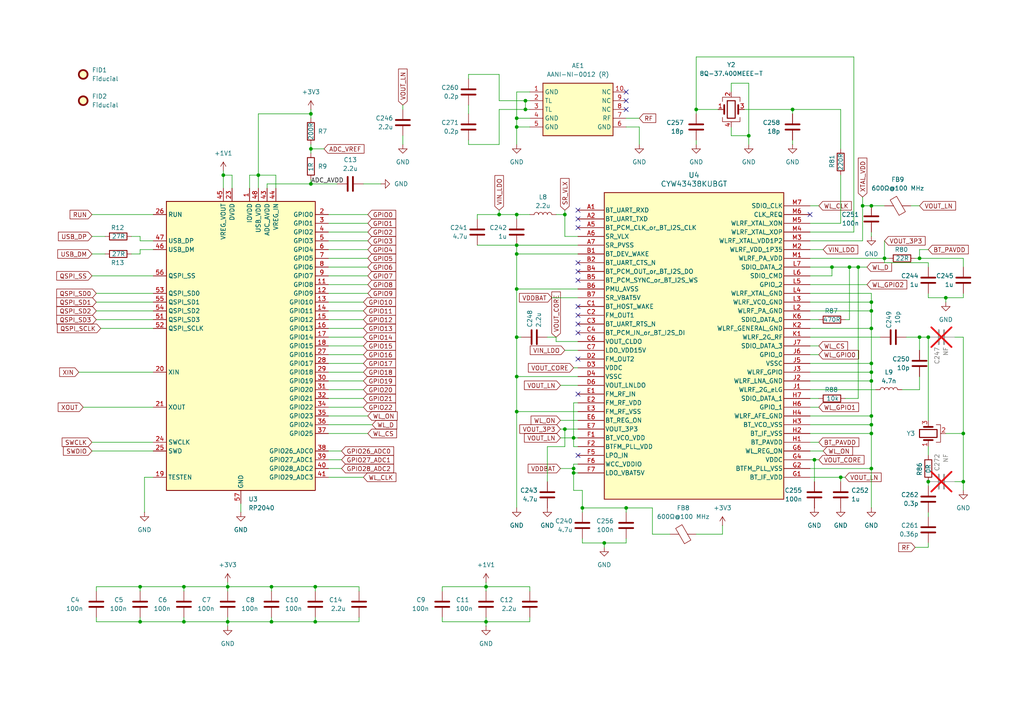
<source format=kicad_sch>
(kicad_sch (version 20231120) (generator "eeschema") (generator_version "8.0")
  (paper "A4")
  (title_block (title "project piCo W - RP2040+RF IC") (date "2024-06-24") (rev "1") (company "Carlos Sabogal"))
  (junction (at 149.86 36.83))
  (junction (at 175.26 157.48))
  (junction (at 279.4 139.7))
  (junction (at 66.04 180.34))
  (junction (at 74.93 50.8))
  (junction (at 252.73 105.41))
  (junction (at 229.87 31.75))
  (junction (at 152.4 29.21))
  (junction (at 140.97 180.34))
  (junction (at 149.86 34.29))
  (junction (at 248.92 77.47))
  (junction (at 149.86 109.22))
  (junction (at 166.37 135.89))
  (junction (at 78.74 170.18))
  (junction (at 279.4 125.73))
  (junction (at 149.86 71.12))
  (junction (at 269.24 139.7))
  (junction (at 217.17 39.37))
  (junction (at 66.04 170.18))
  (junction (at 163.83 124.46))
  (junction (at 252.73 135.89))
  (junction (at 149.86 62.23))
  (junction (at 149.86 119.38))
  (junction (at 166.37 137.16))
  (junction (at 252.73 90.17))
  (junction (at 90.17 53.34))
  (junction (at 149.86 97.79))
  (junction (at 252.73 59.69))
  (junction (at 256.54 74.93))
  (junction (at 163.83 62.23))
  (junction (at 90.17 43.18))
  (junction (at 252.73 107.95))
  (junction (at 246.38 77.47))
  (junction (at 78.74 180.34))
  (junction (at 149.86 83.82))
  (junction (at 250.19 59.69))
  (junction (at 91.44 170.18))
  (junction (at 269.24 97.79))
  (junction (at 144.78 62.23))
  (junction (at 252.73 87.63))
  (junction (at 40.64 180.34))
  (junction (at 152.4 31.75))
  (junction (at 53.34 170.18))
  (junction (at 274.32 86.36))
  (junction (at 40.64 170.18))
  (junction (at 201.93 31.75))
  (junction (at 181.61 147.32))
  (junction (at 252.73 125.73))
  (junction (at 236.22 133.35))
  (junction (at 149.86 73.66))
  (junction (at 53.34 180.34))
  (junction (at 252.73 110.49))
  (junction (at 166.37 127))
  (junction (at 252.73 123.19))
  (junction (at 90.17 33.02))
  (junction (at 140.97 170.18))
  (junction (at 266.7 97.79))
  (junction (at 91.44 180.34))
  (junction (at 252.73 95.25))
  (junction (at 243.84 138.43))
  (junction (at 168.91 147.32))
  (junction (at 64.77 50.8))
  (junction (at 252.73 120.65))
  (junction (at 266.7 74.93))
  (junction (at 241.3 77.47))
  (no_connect (at 181.61 29.21))
  (no_connect (at 167.64 66.04))
  (no_connect (at 167.64 81.28))
  (no_connect (at 167.64 104.14))
  (no_connect (at 167.64 96.52))
  (no_connect (at 167.64 132.08))
  (no_connect (at 167.64 88.9))
  (no_connect (at 167.64 114.3))
  (no_connect (at 181.61 31.75))
  (no_connect (at 167.64 93.98))
  (no_connect (at 167.64 91.44))
  (no_connect (at 181.61 26.67))
  (no_connect (at 234.95 62.23))
  (no_connect (at 167.64 76.2))
  (no_connect (at 167.64 78.74))
  (no_connect (at 167.64 60.96))
  (no_connect (at 167.64 63.5))
  (wire (pts (xy 95.25 80.01) (xy 106.68 80.01)))
  (wire (pts (xy 78.74 180.34) (xy 91.44 180.34)))
  (wire (pts (xy 168.91 156.21) (xy 168.91 157.48)))
  (wire (pts (xy 252.73 59.69) (xy 256.54 59.69)))
  (wire (pts (xy 24.13 118.11) (xy 44.45 118.11)))
  (wire (pts (xy 201.93 40.64) (xy 201.93 41.91)))
  (wire (pts (xy 149.86 34.29) (xy 149.86 36.83)))
  (wire (pts (xy 234.95 113.03) (xy 254 113.03)))
  (wire (pts (xy 27.94 90.17) (xy 44.45 90.17)))
  (wire (pts (xy 234.95 69.85) (xy 250.19 69.85)))
  (wire (pts (xy 77.47 54.61) (xy 77.47 53.34)))
  (wire (pts (xy 168.91 142.24) (xy 166.37 142.24)))
  (wire (pts (xy 194.31 154.94) (xy 189.23 154.94)))
  (wire (pts (xy 78.74 170.18) (xy 78.74 171.45)))
  (wire (pts (xy 41.91 148.59) (xy 41.91 138.43)))
  (wire (pts (xy 128.27 170.18) (xy 128.27 171.45)))
  (wire (pts (xy 252.73 105.41) (xy 252.73 107.95)))
  (wire (pts (xy 234.95 95.25) (xy 252.73 95.25)))
  (wire (pts (xy 140.97 180.34) (xy 140.97 181.61)))
  (wire (pts (xy 90.17 53.34) (xy 90.17 52.07)))
  (wire (pts (xy 153.67 171.45) (xy 153.67 170.18)))
  (wire (pts (xy 90.17 43.18) (xy 93.98 43.18)))
  (wire (pts (xy 234.95 90.17) (xy 252.73 90.17)))
  (wire (pts (xy 135.89 22.86) (xy 135.89 21.59)))
  (wire (pts (xy 26.67 80.01) (xy 44.45 80.01)))
  (wire (pts (xy 189.23 147.32) (xy 181.61 147.32)))
  (wire (pts (xy 95.25 95.25) (xy 105.41 95.25)))
  (wire (pts (xy 144.78 60.96) (xy 144.78 62.23)))
  (wire (pts (xy 166.37 127) (xy 167.64 127)))
  (wire (pts (xy 153.67 29.21) (xy 152.4 29.21)))
  (wire (pts (xy 245.11 115.57) (xy 248.92 115.57)))
  (wire (pts (xy 78.74 180.34) (xy 78.74 179.07)))
  (wire (pts (xy 279.4 77.47) (xy 279.4 74.93)))
  (wire (pts (xy 266.7 109.22) (xy 266.7 113.03)))
  (wire (pts (xy 266.7 74.93) (xy 265.43 74.93)))
  (wire (pts (xy 90.17 31.75) (xy 90.17 33.02)))
  (wire (pts (xy 40.64 170.18) (xy 53.34 170.18)))
  (wire (pts (xy 64.77 49.53) (xy 64.77 50.8)))
  (wire (pts (xy 181.61 147.32) (xy 168.91 147.32)))
  (wire (pts (xy 201.93 31.75) (xy 201.93 33.02)))
  (wire (pts (xy 252.73 90.17) (xy 252.73 95.25)))
  (wire (pts (xy 234.95 125.73) (xy 252.73 125.73)))
  (wire (pts (xy 168.91 147.32) (xy 168.91 148.59)))
  (wire (pts (xy 95.25 90.17) (xy 105.41 90.17)))
  (wire (pts (xy 135.89 30.48) (xy 135.89 33.02)))
  (wire (pts (xy 266.7 97.79) (xy 262.89 97.79)))
  (wire (pts (xy 256.54 76.2) (xy 256.54 74.93)))
  (wire (pts (xy 26.67 73.66) (xy 30.48 73.66)))
  (wire (pts (xy 38.1 73.66) (xy 40.64 73.66)))
  (wire (pts (xy 158.75 139.7) (xy 158.75 129.54)))
  (wire (pts (xy 91.44 170.18) (xy 104.14 170.18)))
  (wire (pts (xy 252.73 87.63) (xy 252.73 90.17)))
  (wire (pts (xy 26.67 68.58) (xy 30.48 68.58)))
  (wire (pts (xy 236.22 133.35) (xy 236.22 139.7)))
  (wire (pts (xy 67.31 50.8) (xy 64.77 50.8)))
  (wire (pts (xy 95.25 100.33) (xy 105.41 100.33)))
  (wire (pts (xy 181.61 34.29) (xy 185.42 34.29)))
  (wire (pts (xy 90.17 53.34) (xy 97.79 53.34)))
  (wire (pts (xy 128.27 180.34) (xy 140.97 180.34)))
  (wire (pts (xy 229.87 31.75) (xy 229.87 33.02)))
  (wire (pts (xy 175.26 157.48) (xy 181.61 157.48)))
  (wire (pts (xy 175.26 157.48) (xy 175.26 158.75)))
  (wire (pts (xy 217.17 24.13) (xy 212.09 24.13)))
  (wire (pts (xy 163.83 68.58) (xy 167.64 68.58)))
  (wire (pts (xy 53.34 171.45) (xy 53.34 170.18)))
  (wire (pts (xy 80.01 50.8) (xy 74.93 50.8)))
  (wire (pts (xy 140.97 170.18) (xy 140.97 168.91)))
  (wire (pts (xy 256.54 74.93) (xy 257.81 74.93)))
  (wire (pts (xy 234.95 118.11) (xy 237.49 118.11)))
  (wire (pts (xy 279.4 142.24) (xy 279.4 139.7)))
  (wire (pts (xy 149.86 63.5) (xy 149.86 62.23)))
  (wire (pts (xy 95.25 72.39) (xy 106.68 72.39)))
  (wire (pts (xy 95.25 85.09) (xy 106.68 85.09)))
  (wire (pts (xy 149.86 26.67) (xy 149.86 34.29)))
  (wire (pts (xy 138.43 62.23) (xy 138.43 63.5)))
  (wire (pts (xy 91.44 180.34) (xy 91.44 179.07)))
  (wire (pts (xy 95.25 105.41) (xy 105.41 105.41)))
  (wire (pts (xy 234.95 123.19) (xy 252.73 123.19)))
  (wire (pts (xy 40.64 68.58) (xy 40.64 69.85)))
  (wire (pts (xy 140.97 170.18) (xy 153.67 170.18)))
  (wire (pts (xy 243.84 31.75) (xy 243.84 43.18)))
  (wire (pts (xy 252.73 85.09) (xy 252.73 87.63)))
  (wire (pts (xy 95.25 120.65) (xy 106.68 120.65)))
  (wire (pts (xy 236.22 133.35) (xy 237.49 133.35)))
  (wire (pts (xy 66.04 170.18) (xy 78.74 170.18)))
  (wire (pts (xy 234.95 133.35) (xy 236.22 133.35)))
  (wire (pts (xy 243.84 138.43) (xy 245.11 138.43)))
  (wire (pts (xy 217.17 39.37) (xy 217.17 41.91)))
  (wire (pts (xy 153.67 180.34) (xy 153.67 179.07)))
  (wire (pts (xy 95.25 64.77) (xy 106.68 64.77)))
  (wire (pts (xy 181.61 36.83) (xy 185.42 36.83)))
  (wire (pts (xy 74.93 50.8) (xy 72.39 50.8)))
  (wire (pts (xy 279.4 97.79) (xy 276.86 97.79)))
  (wire (pts (xy 72.39 50.8) (xy 72.39 54.61)))
  (wire (pts (xy 252.73 123.19) (xy 252.73 125.73)))
  (wire (pts (xy 189.23 154.94) (xy 189.23 147.32)))
  (wire (pts (xy 53.34 180.34) (xy 66.04 180.34)))
  (wire (pts (xy 27.94 87.63) (xy 44.45 87.63)))
  (wire (pts (xy 234.95 59.69) (xy 237.49 59.69)))
  (wire (pts (xy 144.78 29.21) (xy 152.4 29.21)))
  (wire (pts (xy 234.95 120.65) (xy 252.73 120.65)))
  (wire (pts (xy 166.37 137.16) (xy 167.64 137.16)))
  (wire (pts (xy 158.75 97.79) (xy 161.29 97.79)))
  (wire (pts (xy 234.95 67.31) (xy 247.65 67.31)))
  (wire (pts (xy 22.86 107.95) (xy 44.45 107.95)))
  (wire (pts (xy 95.25 69.85) (xy 106.68 69.85)))
  (wire (pts (xy 279.4 139.7) (xy 279.4 125.73)))
  (wire (pts (xy 201.93 31.75) (xy 208.28 31.75)))
  (wire (pts (xy 247.65 16.51) (xy 201.93 16.51)))
  (wire (pts (xy 266.7 113.03) (xy 261.62 113.03)))
  (wire (pts (xy 95.25 82.55) (xy 106.68 82.55)))
  (wire (pts (xy 74.93 50.8) (xy 74.93 54.61)))
  (wire (pts (xy 64.77 50.8) (xy 64.77 54.61)))
  (wire (pts (xy 234.95 135.89) (xy 252.73 135.89)))
  (wire (pts (xy 149.86 119.38) (xy 167.64 119.38)))
  (wire (pts (xy 264.16 59.69) (xy 266.7 59.69)))
  (wire (pts (xy 149.86 97.79) (xy 149.86 109.22)))
  (wire (pts (xy 167.64 106.68) (xy 166.37 106.68)))
  (wire (pts (xy 135.89 40.64) (xy 135.89 41.91)))
  (wire (pts (xy 248.92 115.57) (xy 248.92 77.47)))
  (wire (pts (xy 27.94 170.18) (xy 40.64 170.18)))
  (wire (pts (xy 95.25 62.23) (xy 106.68 62.23)))
  (wire (pts (xy 185.42 36.83) (xy 185.42 41.91)))
  (wire (pts (xy 66.04 170.18) (xy 66.04 168.91)))
  (wire (pts (xy 149.86 109.22) (xy 149.86 119.38)))
  (wire (pts (xy 99.06 133.35) (xy 95.25 133.35)))
  (wire (pts (xy 212.09 39.37) (xy 217.17 39.37)))
  (wire (pts (xy 201.93 154.94) (xy 209.55 154.94)))
  (wire (pts (xy 27.94 171.45) (xy 27.94 170.18)))
  (wire (pts (xy 234.95 74.93) (xy 256.54 74.93)))
  (wire (pts (xy 212.09 24.13) (xy 212.09 26.67)))
  (wire (pts (xy 243.84 50.8) (xy 243.84 64.77)))
  (wire (pts (xy 234.95 110.49) (xy 252.73 110.49)))
  (wire (pts (xy 40.64 72.39) (xy 44.45 72.39)))
  (wire (pts (xy 95.25 77.47) (xy 106.68 77.47)))
  (wire (pts (xy 274.32 125.73) (xy 279.4 125.73)))
  (wire (pts (xy 144.78 21.59) (xy 135.89 21.59)))
  (wire (pts (xy 26.67 62.23) (xy 44.45 62.23)))
  (wire (pts (xy 246.38 77.47) (xy 248.92 77.47)))
  (wire (pts (xy 163.83 62.23) (xy 163.83 68.58)))
  (wire (pts (xy 269.24 97.79) (xy 269.24 121.92)))
  (wire (pts (xy 234.95 105.41) (xy 252.73 105.41)))
  (wire (pts (xy 243.84 138.43) (xy 243.84 139.7)))
  (wire (pts (xy 78.74 170.18) (xy 91.44 170.18)))
  (wire (pts (xy 99.06 135.89) (xy 95.25 135.89)))
  (wire (pts (xy 266.7 101.6) (xy 266.7 97.79)))
  (wire (pts (xy 95.25 138.43) (xy 105.41 138.43)))
  (wire (pts (xy 166.37 116.84) (xy 166.37 127)))
  (wire (pts (xy 266.7 97.79) (xy 269.24 97.79)))
  (wire (pts (xy 40.64 73.66) (xy 40.64 72.39)))
  (wire (pts (xy 181.61 157.48) (xy 181.61 156.21)))
  (wire (pts (xy 95.25 118.11) (xy 105.41 118.11)))
  (wire (pts (xy 215.9 31.75) (xy 229.87 31.75)))
  (wire (pts (xy 27.94 180.34) (xy 40.64 180.34)))
  (wire (pts (xy 274.32 86.36) (xy 274.32 87.63)))
  (wire (pts (xy 229.87 31.75) (xy 243.84 31.75)))
  (wire (pts (xy 29.21 95.25) (xy 44.45 95.25)))
  (wire (pts (xy 234.95 102.87) (xy 237.49 102.87)))
  (wire (pts (xy 269.24 148.59) (xy 269.24 149.86)))
  (wire (pts (xy 256.54 69.85) (xy 256.54 74.93)))
  (wire (pts (xy 163.83 124.46) (xy 167.64 124.46)))
  (wire (pts (xy 95.25 115.57) (xy 105.41 115.57)))
  (wire (pts (xy 162.56 127) (xy 166.37 127)))
  (wire (pts (xy 90.17 43.18) (xy 90.17 41.91)))
  (wire (pts (xy 95.25 107.95) (xy 105.41 107.95)))
  (wire (pts (xy 241.3 77.47) (xy 246.38 77.47)))
  (wire (pts (xy 66.04 180.34) (xy 78.74 180.34)))
  (wire (pts (xy 149.86 83.82) (xy 167.64 83.82)))
  (wire (pts (xy 250.19 59.69) (xy 252.73 59.69)))
  (wire (pts (xy 269.24 85.09) (xy 269.24 86.36)))
  (wire (pts (xy 153.67 34.29) (xy 149.86 34.29)))
  (wire (pts (xy 27.94 92.71) (xy 44.45 92.71)))
  (wire (pts (xy 152.4 29.21) (xy 152.4 31.75)))
  (wire (pts (xy 95.25 74.93) (xy 106.68 74.93)))
  (wire (pts (xy 95.25 92.71) (xy 105.41 92.71)))
  (wire (pts (xy 252.73 110.49) (xy 252.73 120.65)))
  (wire (pts (xy 243.84 64.77) (xy 234.95 64.77)))
  (wire (pts (xy 161.29 97.79) (xy 161.29 99.06)))
  (wire (pts (xy 90.17 33.02) (xy 90.17 34.29)))
  (wire (pts (xy 166.37 135.89) (xy 166.37 137.16)))
  (wire (pts (xy 234.95 97.79) (xy 255.27 97.79)))
  (wire (pts (xy 140.97 180.34) (xy 140.97 179.07)))
  (wire (pts (xy 160.02 86.36) (xy 167.64 86.36)))
  (wire (pts (xy 167.64 134.62) (xy 166.37 134.62)))
  (wire (pts (xy 269.24 77.47) (xy 269.24 76.2)))
  (wire (pts (xy 27.94 85.09) (xy 44.45 85.09)))
  (wire (pts (xy 40.64 180.34) (xy 53.34 180.34)))
  (wire (pts (xy 95.25 102.87) (xy 105.41 102.87)))
  (wire (pts (xy 144.78 29.21) (xy 144.78 21.59)))
  (wire (pts (xy 95.25 113.03) (xy 105.41 113.03)))
  (wire (pts (xy 40.64 180.34) (xy 40.64 179.07)))
  (wire (pts (xy 104.14 170.18) (xy 104.14 171.45)))
  (wire (pts (xy 234.95 87.63) (xy 252.73 87.63)))
  (wire (pts (xy 140.97 180.34) (xy 153.67 180.34)))
  (wire (pts (xy 153.67 26.67) (xy 149.86 26.67)))
  (wire (pts (xy 105.41 53.34) (xy 110.49 53.34)))
  (wire (pts (xy 238.76 72.39) (xy 234.95 72.39)))
  (wire (pts (xy 167.64 71.12) (xy 149.86 71.12)))
  (wire (pts (xy 234.95 80.01) (xy 241.3 80.01)))
  (wire (pts (xy 246.38 92.71) (xy 246.38 77.47)))
  (wire (pts (xy 128.27 170.18) (xy 140.97 170.18)))
  (wire (pts (xy 163.83 129.54) (xy 163.83 124.46)))
  (wire (pts (xy 162.56 111.76) (xy 167.64 111.76)))
  (wire (pts (xy 144.78 31.75) (xy 144.78 41.91)))
  (wire (pts (xy 41.91 138.43) (xy 44.45 138.43)))
  (wire (pts (xy 168.91 147.32) (xy 168.91 142.24)))
  (wire (pts (xy 116.84 39.37) (xy 116.84 41.91)))
  (wire (pts (xy 128.27 179.07) (xy 128.27 180.34)))
  (wire (pts (xy 90.17 44.45) (xy 90.17 43.18)))
  (wire (pts (xy 252.73 107.95) (xy 252.73 110.49)))
  (wire (pts (xy 269.24 86.36) (xy 274.32 86.36)))
  (wire (pts (xy 266.7 74.93) (xy 279.4 74.93)))
  (wire (pts (xy 149.86 109.22) (xy 167.64 109.22)))
  (wire (pts (xy 201.93 16.51) (xy 201.93 31.75)))
  (wire (pts (xy 91.44 180.34) (xy 104.14 180.34)))
  (wire (pts (xy 66.04 170.18) (xy 66.04 171.45)))
  (wire (pts (xy 250.19 57.15) (xy 250.19 59.69)))
  (wire (pts (xy 95.25 125.73) (xy 106.68 125.73)))
  (wire (pts (xy 163.83 101.6) (xy 167.64 101.6)))
  (wire (pts (xy 74.93 33.02) (xy 90.17 33.02)))
  (wire (pts (xy 53.34 180.34) (xy 53.34 179.07)))
  (wire (pts (xy 162.56 124.46) (xy 163.83 124.46)))
  (wire (pts (xy 168.91 157.48) (xy 175.26 157.48)))
  (wire (pts (xy 26.67 130.81) (xy 44.45 130.81)))
  (wire (pts (xy 161.29 62.23) (xy 163.83 62.23)))
  (wire (pts (xy 234.95 77.47) (xy 241.3 77.47)))
  (wire (pts (xy 149.86 119.38) (xy 149.86 147.32)))
  (wire (pts (xy 279.4 86.36) (xy 279.4 85.09)))
  (wire (pts (xy 38.1 68.58) (xy 40.64 68.58)))
  (wire (pts (xy 149.86 97.79) (xy 151.13 97.79)))
  (wire (pts (xy 274.32 86.36) (xy 279.4 86.36)))
  (wire (pts (xy 104.14 180.34) (xy 104.14 179.07)))
  (wire (pts (xy 74.93 50.8) (xy 74.93 33.02)))
  (wire (pts (xy 252.73 67.31) (xy 252.73 68.58)))
  (wire (pts (xy 149.86 73.66) (xy 149.86 83.82)))
  (wire (pts (xy 241.3 80.01) (xy 241.3 77.47)))
  (wire (pts (xy 234.95 115.57) (xy 237.49 115.57)))
  (wire (pts (xy 279.4 97.79) (xy 279.4 125.73)))
  (wire (pts (xy 229.87 40.64) (xy 229.87 41.91)))
  (wire (pts (xy 247.65 67.31) (xy 247.65 16.51)))
  (wire (pts (xy 53.34 170.18) (xy 66.04 170.18)))
  (wire (pts (xy 269.24 157.48) (xy 269.24 158.75)))
  (wire (pts (xy 95.25 67.31) (xy 106.68 67.31)))
  (wire (pts (xy 162.56 135.89) (xy 166.37 135.89)))
  (wire (pts (xy 149.86 36.83) (xy 153.67 36.83)))
  (wire (pts (xy 234.95 92.71) (xy 237.49 92.71)))
  (wire (pts (xy 252.73 95.25) (xy 252.73 105.41)))
  (wire (pts (xy 167.64 129.54) (xy 166.37 129.54)))
  (wire (pts (xy 95.25 97.79) (xy 105.41 97.79)))
  (wire (pts (xy 149.86 41.91) (xy 149.86 36.83)))
  (wire (pts (xy 245.11 92.71) (xy 246.38 92.71)))
  (wire (pts (xy 248.92 77.47) (xy 251.46 77.47)))
  (wire (pts (xy 77.47 53.34) (xy 90.17 53.34)))
  (wire (pts (xy 167.64 73.66) (xy 149.86 73.66)))
  (wire (pts (xy 269.24 129.54) (xy 269.24 132.08)))
  (wire (pts (xy 40.64 69.85) (xy 44.45 69.85)))
  (wire (pts (xy 252.73 120.65) (xy 252.73 123.19)))
  (wire (pts (xy 95.25 110.49) (xy 105.41 110.49)))
  (wire (pts (xy 209.55 152.4) (xy 209.55 154.94)))
  (wire (pts (xy 144.78 31.75) (xy 152.4 31.75)))
  (wire (pts (xy 67.31 54.61) (xy 67.31 50.8)))
  (wire (pts (xy 99.06 130.81) (xy 95.25 130.81)))
  (wire (pts (xy 234.95 100.33) (xy 237.49 100.33)))
  (wire (pts (xy 158.75 129.54) (xy 163.83 129.54)))
  (wire (pts (xy 237.49 128.27) (xy 234.95 128.27)))
  (wire (pts (xy 144.78 62.23) (xy 138.43 62.23)))
  (wire (pts (xy 212.09 36.83) (xy 212.09 39.37)))
  (wire (pts (xy 140.97 170.18) (xy 140.97 171.45)))
  (wire (pts (xy 95.25 123.19) (xy 107.95 123.19)))
  (wire (pts (xy 250.19 69.85) (xy 250.19 59.69)))
  (wire (pts (xy 163.83 60.96) (xy 163.83 62.23)))
  (wire (pts (xy 252.73 125.73) (xy 252.73 135.89)))
  (wire (pts (xy 181.61 148.59) (xy 181.61 147.32)))
  (wire (pts (xy 234.95 107.95) (xy 252.73 107.95)))
  (wire (pts (xy 144.78 41.91) (xy 135.89 41.91)))
  (wire (pts (xy 166.37 129.54) (xy 166.37 127)))
  (wire (pts (xy 66.04 180.34) (xy 66.04 179.07)))
  (wire (pts (xy 234.95 138.43) (xy 243.84 138.43)))
  (wire (pts (xy 265.43 158.75) (xy 269.24 158.75)))
  (wire (pts (xy 27.94 180.34) (xy 27.94 179.07)))
  (wire (pts (xy 166.37 134.62) (xy 166.37 135.89)))
  (wire (pts (xy 266.7 72.39) (xy 266.7 74.93)))
  (wire (pts (xy 80.01 54.61) (xy 80.01 50.8)))
  (wire (pts (xy 217.17 39.37) (xy 217.17 24.13)))
  (wire (pts (xy 276.86 139.7) (xy 279.4 139.7)))
  (wire (pts (xy 269.24 139.7) (xy 269.24 140.97)))
  (wire (pts (xy 149.86 62.23) (xy 144.78 62.23)))
  (wire (pts (xy 234.95 85.09) (xy 252.73 85.09)))
  (wire (pts (xy 91.44 170.18) (xy 91.44 171.45)))
  (wire (pts (xy 26.67 128.27) (xy 44.45 128.27)))
  (wire (pts (xy 66.04 180.34) (xy 66.04 181.61)))
  (wire (pts (xy 167.64 121.92) (xy 162.56 121.92)))
  (wire (pts (xy 149.86 83.82) (xy 149.86 97.79)))
  (wire (pts (xy 69.85 148.59) (xy 69.85 146.05)))
  (wire (pts (xy 116.84 30.48) (xy 116.84 31.75)))
  (wire (pts (xy 161.29 99.06) (xy 167.64 99.06)))
  (wire (pts (xy 138.43 71.12) (xy 149.86 71.12)))
  (wire (pts (xy 269.24 76.2) (xy 256.54 76.2)))
  (wire (pts (xy 166.37 142.24) (xy 166.37 137.16)))
  (wire (pts (xy 234.95 130.81) (xy 238.76 130.81)))
  (wire (pts (xy 252.73 135.89) (xy 252.73 147.32)))
  (wire (pts (xy 269.24 72.39) (xy 266.7 72.39)))
  (wire (pts (xy 152.4 31.75) (xy 153.67 31.75)))
  (wire (pts (xy 234.95 82.55) (xy 251.46 82.55)))
  (wire (pts (xy 167.64 116.84) (xy 166.37 116.84)))
  (wire (pts (xy 149.86 71.12) (xy 149.86 73.66)))
  (wire (pts (xy 40.64 170.18) (xy 40.64 171.45)))
  (wire (pts (xy 95.25 87.63) (xy 105.41 87.63)))
  (wire (pts (xy 149.86 62.23) (xy 153.67 62.23)))
  (label "ADC_AVDD" (at 90.17 53.34 0))
  (global_label "RF" (shape input) (at 185.42 34.29 0) (property "Intersheetrefs" "${INTERSHEET_REFS}" (effects (hide yes))))
  (global_label "VDDBAT" (shape input) (at 162.56 135.89 180) (property "Intersheetrefs" "${INTERSHEET_REFS}" (effects (hide yes))))
  (global_label "GPIO18" (shape input) (at 105.41 107.95 0) (property "Intersheetrefs" "${INTERSHEET_REFS}" (effects (hide yes))))
  (global_label "GPIO2" (shape input) (at 106.68 67.31 0) (property "Intersheetrefs" "${INTERSHEET_REFS}" (effects (hide yes))))
  (global_label "VIN_LDO" (shape input) (at 238.76 72.39 0) (property "Intersheetrefs" "${INTERSHEET_REFS}" (effects (hide yes))))
  (global_label "WL_CS" (shape input) (at 237.49 100.33 0) (property "Intersheetrefs" "${INTERSHEET_REFS}" (effects (hide yes))))
  (global_label "GPIO11" (shape input) (at 105.41 90.17 0) (property "Intersheetrefs" "${INTERSHEET_REFS}" (effects (hide yes))))
  (global_label "GPIO13" (shape input) (at 105.41 95.25 0) (property "Intersheetrefs" "${INTERSHEET_REFS}" (effects (hide yes))))
  (global_label "GPIO19" (shape input) (at 105.41 110.49 0) (property "Intersheetrefs" "${INTERSHEET_REFS}" (effects (hide yes))))
  (global_label "XIN" (shape input) (at 22.86 107.95 180) (property "Intersheetrefs" "${INTERSHEET_REFS}" (effects (hide yes))))
  (global_label "VOUT_3P3" (shape input) (at 256.54 69.85 0) (property "Intersheetrefs" "${INTERSHEET_REFS}" (effects (hide yes))))
  (global_label "VIN_LDO" (shape input) (at 163.83 101.6 180) (property "Intersheetrefs" "${INTERSHEET_REFS}" (effects (hide yes))))
  (global_label "QSPI_SD3" (shape input) (at 27.94 92.71 180) (property "Intersheetrefs" "${INTERSHEET_REFS}" (effects (hide yes))))
  (global_label "GPIO28_ADC2" (shape input) (at 99.06 135.89 0) (property "Intersheetrefs" "${INTERSHEET_REFS}" (effects (hide yes))))
  (global_label "VOUT_LN" (shape input) (at 162.56 127 180) (property "Intersheetrefs" "${INTERSHEET_REFS}" (effects (hide yes))))
  (global_label "WL_GPIO2" (shape input) (at 251.46 82.55 0) (property "Intersheetrefs" "${INTERSHEET_REFS}" (effects (hide yes))))
  (global_label "RF" (shape input) (at 265.43 158.75 180) (property "Intersheetrefs" "${INTERSHEET_REFS}" (effects (hide yes))))
  (global_label "GPIO7" (shape input) (at 106.68 80.01 0) (property "Intersheetrefs" "${INTERSHEET_REFS}" (effects (hide yes))))
  (global_label "GPIO27_ADC1" (shape input) (at 99.06 133.35 0) (property "Intersheetrefs" "${INTERSHEET_REFS}" (effects (hide yes))))
  (global_label "WL_ON" (shape input) (at 162.56 121.92 180) (property "Intersheetrefs" "${INTERSHEET_REFS}" (effects (hide yes))))
  (global_label "QSPI_SD1" (shape input) (at 27.94 87.63 180) (property "Intersheetrefs" "${INTERSHEET_REFS}" (effects (hide yes))))
  (global_label "ADC_VREF" (shape input) (at 93.98 43.18 0) (property "Intersheetrefs" "${INTERSHEET_REFS}" (effects (hide yes))))
  (global_label "QSPI_SS" (shape input) (at 26.67 80.01 180) (property "Intersheetrefs" "${INTERSHEET_REFS}" (effects (hide yes))))
  (global_label "QSPI_SD2" (shape input) (at 27.94 90.17 180) (property "Intersheetrefs" "${INTERSHEET_REFS}" (effects (hide yes))))
  (global_label "GPIO5" (shape input) (at 106.68 74.93 0) (property "Intersheetrefs" "${INTERSHEET_REFS}" (effects (hide yes))))
  (global_label "GPIO9" (shape input) (at 106.68 85.09 0) (property "Intersheetrefs" "${INTERSHEET_REFS}" (effects (hide yes))))
  (global_label "GPIO4" (shape input) (at 106.68 72.39 0) (property "Intersheetrefs" "${INTERSHEET_REFS}" (effects (hide yes))))
  (global_label "XOUT" (shape input) (at 24.13 118.11 180) (property "Intersheetrefs" "${INTERSHEET_REFS}" (effects (hide yes))))
  (global_label "GPIO6" (shape input) (at 106.68 77.47 0) (property "Intersheetrefs" "${INTERSHEET_REFS}" (effects (hide yes))))
  (global_label "VOUT_3P3" (shape input) (at 162.56 124.46 180) (property "Intersheetrefs" "${INTERSHEET_REFS}" (effects (hide yes))))
  (global_label "WL_CLK" (shape input) (at 237.49 59.69 0) (property "Intersheetrefs" "${INTERSHEET_REFS}" (effects (hide yes))))
  (global_label "USB_DM" (shape input) (at 26.67 73.66 180) (property "Intersheetrefs" "${INTERSHEET_REFS}" (effects (hide yes))))
  (global_label "USB_DP" (shape input) (at 26.67 68.58 180) (property "Intersheetrefs" "${INTERSHEET_REFS}" (effects (hide yes))))
  (global_label "WL_GPIO1" (shape input) (at 237.49 118.11 0) (property "Intersheetrefs" "${INTERSHEET_REFS}" (effects (hide yes))))
  (global_label "RUN" (shape input) (at 26.67 62.23 180) (property "Intersheetrefs" "${INTERSHEET_REFS}" (effects (hide yes))))
  (global_label "GPIO1" (shape input) (at 106.68 64.77 0) (property "Intersheetrefs" "${INTERSHEET_REFS}" (effects (hide yes))))
  (global_label "VOUT_CORE" (shape input) (at 161.29 97.79 90) (property "Intersheetrefs" "${INTERSHEET_REFS}" (effects (hide yes))))
  (global_label "VOUT_CORE" (shape input) (at 237.49 133.35 0) (property "Intersheetrefs" "${INTERSHEET_REFS}" (effects (hide yes))))
  (global_label "GPIO10" (shape input) (at 105.41 87.63 0) (property "Intersheetrefs" "${INTERSHEET_REFS}" (effects (hide yes))))
  (global_label "GPIO8" (shape input) (at 106.68 82.55 0) (property "Intersheetrefs" "${INTERSHEET_REFS}" (effects (hide yes))))
  (global_label "GPIO22" (shape input) (at 105.41 118.11 0) (property "Intersheetrefs" "${INTERSHEET_REFS}" (effects (hide yes))))
  (global_label "VOUT_LN" (shape input) (at 266.7 59.69 0) (property "Intersheetrefs" "${INTERSHEET_REFS}" (effects (hide yes))))
  (global_label "GPIO17" (shape input) (at 105.41 105.41 0) (property "Intersheetrefs" "${INTERSHEET_REFS}" (effects (hide yes))))
  (global_label "WL_CLK" (shape input) (at 105.41 138.43 0) (property "Intersheetrefs" "${INTERSHEET_REFS}" (effects (hide yes))))
  (global_label "GPIO21" (shape input) (at 105.41 115.57 0) (property "Intersheetrefs" "${INTERSHEET_REFS}" (effects (hide yes))))
  (global_label "BT_PAVDD" (shape input) (at 269.24 72.39 0) (property "Intersheetrefs" "${INTERSHEET_REFS}" (effects (hide yes))))
  (global_label "WL_GPIO0" (shape input) (at 237.49 102.87 0) (property "Intersheetrefs" "${INTERSHEET_REFS}" (effects (hide yes))))
  (global_label "WL_ON" (shape input) (at 106.68 120.65 0) (property "Intersheetrefs" "${INTERSHEET_REFS}" (effects (hide yes))))
  (global_label "QSPI_SCLK" (shape input) (at 29.21 95.25 180) (property "Intersheetrefs" "${INTERSHEET_REFS}" (effects (hide yes))))
  (global_label "VOUT_LN" (shape input) (at 162.56 111.76 180) (property "Intersheetrefs" "${INTERSHEET_REFS}" (effects (hide yes))))
  (global_label "GPIO26_ADC0" (shape input) (at 99.06 130.81 0) (property "Intersheetrefs" "${INTERSHEET_REFS}" (effects (hide yes))))
  (global_label "GPIO15" (shape input) (at 105.41 100.33 0) (property "Intersheetrefs" "${INTERSHEET_REFS}" (effects (hide yes))))
  (global_label "SWDIO" (shape input) (at 26.67 130.81 180) (property "Intersheetrefs" "${INTERSHEET_REFS}" (effects (hide yes))))
  (global_label "XTAL_VDD" (shape input) (at 250.19 57.15 90) (property "Intersheetrefs" "${INTERSHEET_REFS}" (effects (hide yes))))
  (global_label "VOUT_LN" (shape input) (at 245.11 138.43 0) (property "Intersheetrefs" "${INTERSHEET_REFS}" (effects (hide yes))))
  (global_label "GPIO3" (shape input) (at 106.68 69.85 0) (property "Intersheetrefs" "${INTERSHEET_REFS}" (effects (hide yes))))
  (global_label "SR_VLX" (shape input) (at 163.83 60.96 90) (property "Intersheetrefs" "${INTERSHEET_REFS}" (effects (hide yes))))
  (global_label "WL_D" (shape input) (at 107.95 123.19 0) (property "Intersheetrefs" "${INTERSHEET_REFS}" (effects (hide yes))))
  (global_label "VDDBAT" (shape input) (at 160.02 86.36 180) (property "Intersheetrefs" "${INTERSHEET_REFS}" (effects (hide yes))))
  (global_label "WL_D" (shape input) (at 251.46 77.47 0) (property "Intersheetrefs" "${INTERSHEET_REFS}" (effects (hide yes))))
  (global_label "SWCLK" (shape input) (at 26.67 128.27 180) (property "Intersheetrefs" "${INTERSHEET_REFS}" (effects (hide yes))))
  (global_label "GPIO16" (shape input) (at 105.41 102.87 0) (property "Intersheetrefs" "${INTERSHEET_REFS}" (effects (hide yes))))
  (global_label "VOUT_CORE" (shape input) (at 166.37 106.68 180) (property "Intersheetrefs" "${INTERSHEET_REFS}" (effects (hide yes))))
  (global_label "QSPI_SD0" (shape input) (at 27.94 85.09 180) (property "Intersheetrefs" "${INTERSHEET_REFS}" (effects (hide yes))))
  (global_label "BT_PAVDD" (shape input) (at 237.49 128.27 0) (property "Intersheetrefs" "${INTERSHEET_REFS}" (effects (hide yes))))
  (global_label "GPIO0" (shape input) (at 106.68 62.23 0) (property "Intersheetrefs" "${INTERSHEET_REFS}" (effects (hide yes))))
  (global_label "GPIO20" (shape input) (at 105.41 113.03 0) (property "Intersheetrefs" "${INTERSHEET_REFS}" (effects (hide yes))))
  (global_label "WL_ON" (shape input) (at 238.76 130.81 0) (property "Intersheetrefs" "${INTERSHEET_REFS}" (effects (hide yes))))
  (global_label "VOUT_LN" (shape input) (at 116.84 30.48 90) (property "Intersheetrefs" "${INTERSHEET_REFS}" (effects (hide yes))))
  (global_label "GPIO12" (shape input) (at 105.41 92.71 0) (property "Intersheetrefs" "${INTERSHEET_REFS}" (effects (hide yes))))
  (global_label "GPIO14" (shape input) (at 105.41 97.79 0) (property "Intersheetrefs" "${INTERSHEET_REFS}" (effects (hide yes))))
  (global_label "WL_CS" (shape input) (at 106.68 125.73 0) (property "Intersheetrefs" "${INTERSHEET_REFS}" (effects (hide yes))))
  (global_label "VIN_LDO" (shape input) (at 144.78 60.96 90) (property "Intersheetrefs" "${INTERSHEET_REFS}" (effects (hide yes))))
  (symbol (lib_id "power:GND") (at 41.91 148.59 0) (unit 1)
    (property "Reference" "#PWR034" (effects (hide yes)))
    (property "Value" "GND" (at 41.91 153.67 0))
    (property "Description" "Power symbol creates a global label with name \"GND\" , ground" (effects (hide yes)))
  )
  (symbol (lib_id "Device:R") (at 241.3 115.57 90) (unit 1)
    (property "Reference" "R88" (at 243.078 113.03 90) (effects (justify left)))
    (property "Value" "10k" (at 243.332 115.57 90) (effects (justify left)))
    (property "Footprint" "Resistor_SMD:R_0201_0603Metric" (effects (hide yes)))
    (property "Description" "Resistor" (effects (hide yes)))
  )
  (symbol (lib_id "power:+1V1") (at 64.77 49.53 0) (unit 1)
    (property "Reference" "#PWR032" (effects (hide yes)))
    (property "Value" "+1V1" (at 64.77 44.45 0))
    (property "Description" "Power symbol creates a global label with name \"+1V1\"" (effects (hide yes)))
  )
  (symbol (lib_id "power:GND") (at 274.32 87.63 0) (unit 1)
    (property "Reference" "#PWR046" (effects (hide yes)))
    (property "Value" "GND" (at 274.32 92.71 0))
    (property "Description" "Power symbol creates a global label with name \"GND\" , ground" (effects (hide yes)))
  )
  (symbol (lib_id "Device:C") (at 236.22 143.51 0) (unit 1)
    (property "Reference" "C255" (at 232.664 142.24 0) (effects (justify right)))
    (property "Value" "100n" (at 232.664 144.78 0) (effects (justify right)))
    (property "Footprint" "Capacitor_SMD:C_0201_0603Metric" (effects (hide yes)))
    (property "Description" "Unpolarized capacitor" (effects (hide yes)))
  )
  (symbol (lib_id "Device:R") (at 243.84 46.99 0) (mirror y) (unit 1)
    (property "Reference" "R81" (at 241.3 48.768 90) (effects (justify left)))
    (property "Value" "220R" (at 243.84 49.53 90) (effects (justify left)))
    (property "Footprint" "Resistor_SMD:R_0201_0603Metric" (effects (hide yes)))
    (property "Description" "Resistor" (effects (hide yes)))
  )
  (symbol (lib_id "Device:C") (at 273.05 139.7 90) (unit 1) (dnp yes)
    (property "Reference" "C272" (at 271.78 131.572 0) (effects (justify right)))
    (property "Value" "NF" (at 274.32 131.572 0) (effects (justify right)))
    (property "Footprint" "Capacitor_SMD:C_0201_0603Metric" (effects (hide yes)))
    (property "Description" "Unpolarized capacitor" (effects (hide yes)))
  )
  (symbol (lib_id "Device:C") (at 116.84 35.56 0) (unit 1)
    (property "Reference" "C246" (at 114.046 34.29 0) (effects (justify right)))
    (property "Value" "2.2u" (at 114.046 36.83 0) (effects (justify right)))
    (property "Footprint" "Capacitor_SMD:C_0402_1005Metric" (effects (hide yes)))
    (property "Description" "Unpolarized capacitor" (effects (hide yes)))
  )
  (symbol (lib_id "power:GND") (at 116.84 41.91 0) (unit 1)
    (property "Reference" "#PWR045" (effects (hide yes)))
    (property "Value" "GND" (at 116.84 46.99 0))
    (property "Description" "Power symbol creates a global label with name \"GND\" , ground" (effects (hide yes)))
  )
  (symbol (lib_id "power:GND") (at 279.4 142.24 0) (unit 1)
    (property "Reference" "#PWR051" (effects (hide yes)))
    (property "Value" "GND" (at 279.4 147.32 0))
    (property "Description" "Power symbol creates a global label with name \"GND\" , ground" (effects (hide yes)))
  )
  (symbol (lib_id "power:GND") (at 149.86 41.91 0) (unit 1)
    (property "Reference" "#PWR058" (effects (hide yes)))
    (property "Value" "GND" (at 149.86 46.99 0))
    (property "Description" "Power symbol creates a global label with name \"GND\" , ground" (effects (hide yes)))
  )
  (symbol (lib_id "power:GND") (at 252.73 68.58 0) (unit 1)
    (property "Reference" "#PWR047" (effects (hide yes)))
    (property "Value" "GND" (at 252.73 73.66 0))
    (property "Description" "Power symbol creates a global label with name \"GND\" , ground" (effects (hide yes)))
  )
  (symbol (lib_id "power:GND") (at 158.75 147.32 0) (unit 1)
    (property "Reference" "#PWR043" (effects (hide yes)))
    (property "Value" "GND" (at 158.75 152.4 0))
    (property "Description" "Power symbol creates a global label with name \"GND\" , ground" (effects (hide yes)))
  )
  (symbol (lib_id "Device:C") (at 135.89 26.67 0) (unit 1)
    (property "Reference" "C260" (at 133.096 25.4 0) (effects (justify right)))
    (property "Value" "0.2p" (at 133.096 27.94 0) (effects (justify right)))
    (property "Footprint" "Capacitor_SMD:C_0402_1005Metric" (effects (hide yes)))
    (property "Description" "Unpolarized capacitor" (effects (hide yes)))
  )
  (symbol (lib_id "Device:C") (at 53.34 175.26 0) (unit 1)
    (property "Reference" "C6" (at 48.514 173.99 0) (effects (justify right)))
    (property "Value" "100n" (at 49.53 176.53 0) (effects (justify right)))
    (property "Footprint" "Capacitor_SMD:C_0201_0603Metric" (effects (hide yes)))
    (property "Description" "Unpolarized capacitor" (effects (hide yes)))
  )
  (symbol (lib_id "power:GND") (at 149.86 147.32 0) (unit 1)
    (property "Reference" "#PWR035" (effects (hide yes)))
    (property "Value" "GND" (at 149.86 152.4 0))
    (property "Description" "Power symbol creates a global label with name \"GND\" , ground" (effects (hide yes)))
  )
  (symbol (lib_name "GND_1") (lib_id "power:GND") (at 201.93 41.91 0) (unit 1)
    (property "Reference" "#PWR050" (effects (hide yes)))
    (property "Value" "GND" (at 201.93 46.99 0))
    (property "Description" "Power symbol creates a global label with name \"GND\" , ground" (effects (hide yes)))
  )
  (symbol (lib_id "Device:R") (at 90.17 38.1 0) (unit 1)
    (property "Reference" "R7" (at 92.202 38.1 0) (effects (justify left)))
    (property "Value" "200R" (at 90.17 40.64 90) (effects (justify left)))
    (property "Footprint" "Resistor_SMD:R_0603_1608Metric" (effects (hide yes)))
    (property "Description" "Resistor" (effects (hide yes)))
  )
  (symbol (lib_id "power:GND") (at 185.42 41.91 0) (unit 1)
    (property "Reference" "#PWR059" (effects (hide yes)))
    (property "Value" "GND" (at 185.42 46.99 0))
    (property "Description" "Power symbol creates a global label with name \"GND\" , ground" (effects (hide yes)))
  )
  (symbol (lib_id "Device:R") (at 241.3 92.71 90) (unit 1)
    (property "Reference" "R87" (at 243.078 90.17 90) (effects (justify left)))
    (property "Value" "470R" (at 243.84 92.71 90) (effects (justify left)))
    (property "Footprint" "Resistor_SMD:R_0201_0603Metric" (effects (hide yes)))
    (property "Description" "Resistor" (effects (hide yes)))
  )
  (symbol (lib_id "Device:C") (at 27.94 175.26 0) (unit 1)
    (property "Reference" "C4" (at 23.114 173.99 0) (effects (justify right)))
    (property "Value" "100n" (at 24.13 176.53 0) (effects (justify right)))
    (property "Footprint" "Capacitor_SMD:C_0201_0603Metric" (effects (hide yes)))
    (property "Description" "Unpolarized capacitor" (effects (hide yes)))
  )
  (symbol (lib_name "GND_1") (lib_id "power:GND") (at 229.87 41.91 0) (unit 1)
    (property "Reference" "#PWR049" (effects (hide yes)))
    (property "Value" "GND" (at 229.87 46.99 0))
    (property "Description" "Power symbol creates a global label with name \"GND\" , ground" (effects (hide yes)))
  )
  (symbol (lib_id "Device:C") (at 201.93 36.83 0) (unit 1)
    (property "Reference" "C257" (at 198.374 35.56 0) (effects (justify right)))
    (property "Value" "18p" (at 198.374 38.1 0) (effects (justify right)))
    (property "Footprint" "Capacitor_SMD:C_0201_0603Metric" (effects (hide yes)))
    (property "Description" "Unpolarized capacitor" (effects (hide yes)))
  )
  (symbol (lib_id "Device:C") (at 104.14 175.26 0) (unit 1)
    (property "Reference" "C14" (at 99.314 173.99 0) (effects (justify right)))
    (property "Value" "2.2u" (at 100.33 176.53 0) (effects (justify right)))
    (property "Footprint" "Capacitor_SMD:C_0402_1005Metric" (effects (hide yes)))
    (property "Description" "Unpolarized capacitor" (effects (hide yes)))
  )
  (symbol (lib_id "power:+3V3") (at 209.55 152.4 0) (unit 1)
    (property "Reference" "#PWR056" (effects (hide yes)))
    (property "Value" "+3V3" (at 209.55 147.32 0))
    (property "Description" "Power symbol creates a global label with name \"+3V3\"" (effects (hide yes)))
  )
  (symbol (lib_id "Device:C") (at 266.7 105.41 0) (unit 1)
    (property "Reference" "C250" (at 263.906 104.14 0) (effects (justify right)))
    (property "Value" "10p" (at 263.906 106.68 0) (effects (justify right)))
    (property "Footprint" "Capacitor_SMD:C_0201_0603Metric" (effects (hide yes)))
    (property "Description" "Unpolarized capacitor" (effects (hide yes)))
  )
  (symbol (lib_id "Device:R") (at 261.62 74.93 90) (unit 1)
    (property "Reference" "R80" (at 263.398 72.39 90) (effects (justify left)))
    (property "Value" "22R" (at 263.652 74.93 90) (effects (justify left)))
    (property "Footprint" "Resistor_SMD:R_0201_0603Metric" (effects (hide yes)))
    (property "Description" "Resistor" (effects (hide yes)))
  )
  (symbol (lib_id "Device:C") (at 259.08 97.79 270) (mirror x) (unit 1)
    (property "Reference" "C249" (at 257.81 90.17 0) (effects (justify right)))
    (property "Value" "10p" (at 260.35 90.17 0) (effects (justify right)))
    (property "Footprint" "Capacitor_SMD:C_0201_0603Metric" (effects (hide yes)))
    (property "Description" "Unpolarized capacitor" (effects (hide yes)))
  )
  (symbol (lib_id "Device:C") (at 128.27 175.26 0) (unit 1)
    (property "Reference" "C9" (at 123.444 173.99 0) (effects (justify right)))
    (property "Value" "100n" (at 124.46 176.53 0) (effects (justify right)))
    (property "Footprint" "Capacitor_SMD:C_0201_0603Metric" (effects (hide yes)))
    (property "Description" "Unpolarized capacitor" (effects (hide yes)))
  )
  (symbol (lib_id "Device:FerriteBead") (at 198.12 154.94 270) (mirror x) (unit 1)
    (property "Reference" "FB8" (at 198.1708 147.32 90))
    (property "Value" "600Ω@100 MHz" (at 198.1708 149.86 90))
    (property "Footprint" "Inductor_SMD:L_0603_1608Metric" (effects (hide yes)))
    (property "Description" "Ferrite bead" (effects (hide yes)))
  )
  (symbol (lib_id "power:+3V3") (at 90.17 31.75 0) (unit 1)
    (property "Reference" "#PWR030" (effects (hide yes)))
    (property "Value" "+3V3" (at 90.17 26.67 0))
    (property "Description" "Power symbol creates a global label with name \"+3V3\"" (effects (hide yes)))
  )
  (symbol (lib_id "Device:C") (at 153.67 175.26 0) (unit 1)
    (property "Reference" "C12" (at 148.844 173.99 0) (effects (justify right)))
    (property "Value" "2.2u" (at 149.86 176.53 0) (effects (justify right)))
    (property "Footprint" "Capacitor_SMD:C_0402_1005Metric" (effects (hide yes)))
    (property "Description" "Unpolarized capacitor" (effects (hide yes)))
  )
  (symbol (lib_id "power:+3V3") (at 66.04 168.91 0) (unit 1)
    (property "Reference" "#PWR038" (effects (hide yes)))
    (property "Value" "+3V3" (at 66.04 163.83 0))
    (property "Description" "Power symbol creates a global label with name \"+3V3\"" (effects (hide yes)))
  )
  (symbol (lib_id "Device:C") (at 269.24 81.28 0) (unit 1)
    (property "Reference" "C244" (at 266.446 80.01 0) (effects (justify right)))
    (property "Value" "1u" (at 266.446 82.55 0) (effects (justify right)))
    (property "Footprint" "Capacitor_SMD:C_0201_0603Metric" (effects (hide yes)))
    (property "Description" "Unpolarized capacitor" (effects (hide yes)))
  )
  (symbol (lib_id "Device:C") (at 269.24 153.67 0) (unit 1)
    (property "Reference" "C261" (at 266.446 152.4 0) (effects (justify right)))
    (property "Value" "0.36p" (at 266.446 154.94 0) (effects (justify right)))
    (property "Footprint" "Capacitor_SMD:C_0402_1005Metric" (effects (hide yes)))
    (property "Description" "Unpolarized capacitor" (effects (hide yes)))
  )
  (symbol (lib_id "Device:C") (at 101.6 53.34 90) (unit 1)
    (property "Reference" "C13" (at 101.6 46.3547 90))
    (property "Value" "2.2u" (at 101.6 48.8947 90))
    (property "Footprint" "Capacitor_SMD:C_0402_1005Metric" (effects (hide yes)))
    (property "Description" "Unpolarized capacitor" (effects (hide yes)))
  )
  (symbol (lib_name "GND_1") (lib_id "power:GND") (at 217.17 41.91 0) (unit 1)
    (property "Reference" "#PWR048" (effects (hide yes)))
    (property "Value" "GND" (at 217.17 46.99 0))
    (property "Description" "Power symbol creates a global label with name \"GND\" , ground" (effects (hide yes)))
  )
  (symbol (lib_id "Device:C") (at 140.97 175.26 0) (unit 1)
    (property "Reference" "C11" (at 136.144 173.99 0) (effects (justify right)))
    (property "Value" "100n" (at 137.16 176.53 0) (effects (justify right)))
    (property "Footprint" "Capacitor_SMD:C_0201_0603Metric" (effects (hide yes)))
    (property "Description" "Unpolarized capacitor" (effects (hide yes)))
  )
  (symbol (lib_id "power:GND") (at 140.97 181.61 0) (unit 1)
    (property "Reference" "#PWR040" (effects (hide yes)))
    (property "Value" "GND" (at 140.97 186.69 0))
    (property "Description" "Power symbol creates a global label with name \"GND\" , ground" (effects (hide yes)))
  )
  (symbol (lib_id "Device:FerriteBead") (at 260.35 59.69 270) (mirror x) (unit 1)
    (property "Reference" "FB9" (at 260.4008 52.07 90))
    (property "Value" "600Ω@100 MHz" (at 260.4008 54.61 90))
    (property "Footprint" "Inductor_SMD:L_0201_0603Metric" (effects (hide yes)))
    (property "Description" "Ferrite bead" (effects (hide yes)))
  )
  (symbol (lib_id "Device:C") (at 181.61 152.4 0) (unit 1)
    (property "Reference" "C256" (at 178.054 151.13 0) (effects (justify right)))
    (property "Value" "100n" (at 178.054 153.67 0) (effects (justify right)))
    (property "Footprint" "Capacitor_SMD:C_0201_0603Metric" (effects (hide yes)))
    (property "Description" "Unpolarized capacitor" (effects (hide yes)))
  )
  (symbol (lib_id "Pico WH:AANI-NI-0012_(R)") (at 157.48 39.37 0) (unit 1)
    (property "Reference" "AE1" (at 167.64 19.05 0))
    (property "Value" "AANI-NI-0012 (R)" (at 167.64 21.59 0))
    (property "Footprint" "Pico WH:AANI-NI-0012" (effects (hide yes)))
    (property "Datasheet" "https://abracon.com/datasheets/AANI-NI-0012.pdf" (effects (hide yes)))
  )
  (symbol (lib_id "Device:C") (at 269.24 144.78 0) (mirror x) (unit 1)
    (property "Reference" "C262" (at 266.446 143.51 0) (effects (justify right)))
    (property "Value" "0.3p" (at 266.446 146.05 0) (effects (justify right)))
    (property "Footprint" "Capacitor_SMD:C_0402_1005Metric" (effects (hide yes)))
    (property "Description" "Unpolarized capacitor" (effects (hide yes)))
  )
  (symbol (lib_id "Device:R") (at 90.17 48.26 0) (unit 1)
    (property "Reference" "R9" (at 92.202 48.26 0) (effects (justify left)))
    (property "Value" "1R" (at 90.17 49.784 90) (effects (justify left)))
    (property "Footprint" "Resistor_SMD:R_0402_1005Metric" (effects (hide yes)))
    (property "Description" "Resistor" (effects (hide yes)))
  )
  (symbol (lib_id "Device:C") (at 138.43 67.31 0) (unit 1)
    (property "Reference" "C241" (at 135.636 66.04 0) (effects (justify right)))
    (property "Value" "4.7u" (at 135.636 68.58 0) (effects (justify right)))
    (property "Footprint" "Capacitor_SMD:C_0402_1005Metric" (effects (hide yes)))
    (property "Description" "Unpolarized capacitor" (effects (hide yes)))
  )
  (symbol (lib_id "Device:C") (at 273.05 97.79 270) (mirror x) (unit 1) (dnp yes)
    (property "Reference" "C247" (at 271.78 100.584 0) (effects (justify right)))
    (property "Value" "NF" (at 274.32 100.584 0) (effects (justify right)))
    (property "Footprint" "Capacitor_SMD:C_0201_0603Metric" (effects (hide yes)))
    (property "Description" "Unpolarized capacitor" (effects (hide yes)))
  )
  (symbol (lib_id "Device:C") (at 149.86 67.31 0) (unit 1)
    (property "Reference" "C242" (at 147.066 66.04 0) (effects (justify right)))
    (property "Value" "1u" (at 147.066 68.58 0) (effects (justify right)))
    (property "Footprint" "Capacitor_SMD:C_0201_0603Metric" (effects (hide yes)))
    (property "Description" "Unpolarized capacitor" (effects (hide yes)))
  )
  (symbol (lib_id "power:GND") (at 69.85 148.59 0) (unit 1)
    (property "Reference" "#PWR033" (effects (hide yes)))
    (property "Value" "GND" (at 69.85 153.67 0))
    (property "Description" "Power symbol creates a global label with name \"GND\" , ground" (effects (hide yes)))
  )
  (symbol (lib_id "Device:C") (at 168.91 152.4 0) (unit 1)
    (property "Reference" "C240" (at 166.116 151.13 0) (effects (justify right)))
    (property "Value" "4.7u" (at 166.116 153.67 0) (effects (justify right)))
    (property "Footprint" "Capacitor_SMD:C_0402_1005Metric" (effects (hide yes)))
    (property "Description" "Unpolarized capacitor" (effects (hide yes)))
  )
  (symbol (lib_id "Device:C") (at 66.04 175.26 0) (unit 1)
    (property "Reference" "C7" (at 61.214 173.99 0) (effects (justify right)))
    (property "Value" "100n" (at 62.23 176.53 0) (effects (justify right)))
    (property "Footprint" "Capacitor_SMD:C_0201_0603Metric" (effects (hide yes)))
    (property "Description" "Unpolarized capacitor" (effects (hide yes)))
  )
  (symbol (lib_id "Device:C") (at 252.73 63.5 0) (unit 1)
    (property "Reference" "C251" (at 249.174 62.23 0) (effects (justify right)))
    (property "Value" "100n" (at 249.174 64.77 0) (effects (justify right)))
    (property "Footprint" "Capacitor_SMD:C_0201_0603Metric" (effects (hide yes)))
    (property "Description" "Unpolarized capacitor" (effects (hide yes)))
  )
  (symbol (lib_id "Device:R") (at 269.24 135.89 180) (unit 1)
    (property "Reference" "R86" (at 266.7 134.112 90) (effects (justify left)))
    (property "Value" "0R" (at 269.24 134.62 90) (effects (justify left)))
    (property "Footprint" "Resistor_SMD:R_0201_0603Metric" (effects (hide yes)))
    (property "Description" "Resistor" (effects (hide yes)))
  )
  (symbol (lib_id "Device:R") (at 34.29 73.66 90) (mirror x) (unit 1)
    (property "Reference" "R13" (at 36.068 76.2 90) (effects (justify left)))
    (property "Value" "27R" (at 36.322 73.66 90) (effects (justify left)))
    (property "Footprint" "Resistor_SMD:R_0201_0603Metric" (effects (hide yes)))
    (property "Description" "Resistor" (effects (hide yes)))
  )
  (symbol (lib_id "Device:C") (at 40.64 175.26 0) (unit 1)
    (property "Reference" "C5" (at 35.814 173.99 0) (effects (justify right)))
    (property "Value" "100n" (at 36.83 176.53 0) (effects (justify right)))
    (property "Footprint" "Capacitor_SMD:C_0201_0603Metric" (effects (hide yes)))
    (property "Description" "Unpolarized capacitor" (effects (hide yes)))
  )
  (symbol (lib_id "power:GND") (at 236.22 147.32 0) (unit 1)
    (property "Reference" "#PWR041" (effects (hide yes)))
    (property "Value" "GND" (at 236.22 152.4 0))
    (property "Description" "Power symbol creates a global label with name \"GND\" , ground" (effects (hide yes)))
  )
  (symbol (lib_id "Device:C") (at 158.75 143.51 0) (unit 1)
    (property "Reference" "C243" (at 155.956 142.24 0) (effects (justify right)))
    (property "Value" "4.7u" (at 155.956 144.78 0) (effects (justify right)))
    (property "Footprint" "Capacitor_SMD:C_0402_1005Metric" (effects (hide yes)))
    (property "Description" "Unpolarized capacitor" (effects (hide yes)))
  )
  (symbol (lib_id "Device:C") (at 78.74 175.26 0) (unit 1)
    (property "Reference" "C8" (at 73.914 173.99 0) (effects (justify right)))
    (property "Value" "100n" (at 74.93 176.53 0) (effects (justify right)))
    (property "Footprint" "Capacitor_SMD:C_0201_0603Metric" (effects (hide yes)))
    (property "Description" "Unpolarized capacitor" (effects (hide yes)))
  )
  (symbol (lib_id "Device:C") (at 279.4 81.28 0) (unit 1)
    (property "Reference" "C245" (at 276.606 80.01 0) (effects (justify right)))
    (property "Value" "1u" (at 276.606 82.55 0) (effects (justify right)))
    (property "Footprint" "Capacitor_SMD:C_0201_0603Metric" (effects (hide yes)))
    (property "Description" "Unpolarized capacitor" (effects (hide yes)))
  )
  (symbol (lib_id "power:GND") (at 66.04 181.61 0) (unit 1)
    (property "Reference" "#PWR039" (effects (hide yes)))
    (property "Value" "GND" (at 66.04 186.69 0))
    (property "Description" "Power symbol creates a global label with name \"GND\" , ground" (effects (hide yes)))
  )
  (symbol (lib_id "Device:C") (at 243.84 143.51 0) (unit 1)
    (property "Reference" "C252" (at 246.888 142.24 0) (effects (justify left)))
    (property "Value" "1u" (at 246.888 144.78 0) (effects (justify left)))
    (property "Footprint" "Capacitor_SMD:C_0201_0603Metric" (effects (hide yes)))
    (property "Description" "Unpolarized capacitor" (effects (hide yes)))
  )
  (symbol (lib_id "Pico WH:CYW43438KUBGT") (at 175.26 144.78 0) (unit 1)
    (property "Reference" "U4" (at 201.295 50.8 0) (effects (font (size 1.524 1.524))))
    (property "Value" "CYW43438KUBGT" (at 201.295 53.34 0) (effects (font (size 1.524 1.524))))
    (property "Footprint" "Pico WH:BGA-63" (effects (hide yes)))
    (property "Datasheet" "https://www.infineon.com/dgdl/Infineon-YW43438_Single-Chip_IEEE_802_11_b_g_n_MAC_Baseband_Radio_with_Integrated_Bluetooth_5-DataSheet-v16_00-EN.pdf?fileId=8ac78c8c882315570188262f3ff11a8a" (effects (hide yes)))
  )
  (symbol (lib_id "MCU_RaspberryPi:RP2040") (at 69.85 100.33 0) (unit 1)
    (property "Reference" "U3" (at 72.0441 144.78 0) (effects (justify left)))
    (property "Value" "RP2040" (at 72.0441 147.32 0) (effects (justify left)))
    (property "Footprint" "Package_DFN_QFN:QFN-56-1EP_7x7mm_P0.4mm_EP3.2x3.2mm" (effects (hide yes)))
    (property "Datasheet" "https://datasheets.raspberrypi.com/rp2040/rp2040-datasheet.pdf" (effects (hide yes)))
    (property "Description" "A microcontroller by Raspberry Pi" (effects (hide yes)))
  )
  (symbol (lib_id "Device:L") (at 157.48 62.23 270) (mirror x) (unit 1)
    (property "Reference" "L8" (at 157.48 57.15 90))
    (property "Value" "2.2u" (at 157.48 59.69 90))
    (property "Footprint" "Inductor_SMD:L_0603_1608Metric" (effects (hide yes)))
    (property "Description" "Inductor" (effects (hide yes)))
  )
  (symbol (lib_id "Mechanical:Fiducial") (at 24.13 29.21 0) (unit 1) (exclude_from_sim yes) (in_bom no)
    (property "Reference" "FID2" (at 26.67 27.9399 0) (effects (justify left)))
    (property "Value" "Fiducial" (at 26.67 30.4799 0) (effects (justify left)))
    (property "Footprint" "Fiducial:Fiducial_1mm_Mask2mm" (effects (hide yes)))
    (property "Description" "Fiducial Marker" (effects (hide yes)))
  )
  (symbol (lib_id "Device:L") (at 257.81 113.03 270) (mirror x) (unit 1)
    (property "Reference" "L9" (at 257.81 107.95 90))
    (property "Value" "4.7n" (at 257.81 110.49 90))
    (property "Footprint" "Inductor_SMD:L_0201_0603Metric" (effects (hide yes)))
    (property "Description" "Inductor" (effects (hide yes)))
  )
  (symbol (lib_id "Mechanical:Fiducial") (at 24.13 21.59 0) (unit 1) (exclude_from_sim yes) (in_bom no)
    (property "Reference" "FID1" (at 26.67 20.3199 0) (effects (justify left)))
    (property "Value" "Fiducial" (at 26.67 22.8599 0) (effects (justify left)))
    (property "Footprint" "Fiducial:Fiducial_1mm_Mask2mm" (effects (hide yes)))
    (property "Description" "Fiducial Marker" (effects (hide yes)))
  )
  (symbol (lib_id "power:GND") (at 110.49 53.34 90) (unit 1)
    (property "Reference" "#PWR031" (effects (hide yes)))
    (property "Value" "GND" (at 114.3 53.3399 90) (effects (justify right)))
    (property "Description" "Power symbol creates a global label with name \"GND\" , ground" (effects (hide yes)))
  )
  (symbol (lib_id "power:+1V1") (at 140.97 168.91 0) (unit 1)
    (property "Reference" "#PWR037" (effects (hide yes)))
    (property "Value" "+1V1" (at 140.97 163.83 0))
    (property "Description" "Power symbol creates a global label with name \"+1V1\"" (effects (hide yes)))
  )
  (symbol (lib_id "power:GND") (at 175.26 158.75 0) (unit 1)
    (property "Reference" "#PWR044" (effects (hide yes)))
    (property "Value" "GND" (at 175.26 163.83 0))
    (property "Description" "Power symbol creates a global label with name \"GND\" , ground" (effects (hide yes)))
  )
  (symbol (lib_id "Device:R") (at 34.29 68.58 90) (unit 1)
    (property "Reference" "R12" (at 36.068 66.04 90) (effects (justify left)))
    (property "Value" "27R" (at 36.322 68.58 90) (effects (justify left)))
    (property "Footprint" "Resistor_SMD:R_0201_0603Metric" (effects (hide yes)))
    (property "Description" "Resistor" (effects (hide yes)))
  )
  (symbol (lib_id "power:GND") (at 252.73 147.32 0) (unit 1)
    (property "Reference" "#PWR036" (effects (hide yes)))
    (property "Value" "GND" (at 252.73 152.4 0))
    (property "Description" "Power symbol creates a global label with name \"GND\" , ground" (effects (hide yes)))
  )
  (symbol (lib_id "Device:Crystal_GND2") (at 269.24 125.73 90) (unit 1)
    (property "Reference" "Y3" (at 265.43 125.7299 90) (effects (justify left)))
    (property "Value" "LFB212G45CG7D227" (effects (hide yes)))
    (property "Footprint" "Pico WH:FILS3_MUR_LFB21XXCG2Q" (effects (hide yes)))
    (property "Description" "Three pin crystal, GND on pin 2" (effects (hide yes)))
  )
  (symbol (lib_id "Device:C") (at 91.44 175.26 0) (unit 1)
    (property "Reference" "C10" (at 86.614 173.99 0) (effects (justify right)))
    (property "Value" "100n" (at 87.63 176.53 0) (effects (justify right)))
    (property "Footprint" "Capacitor_SMD:C_0201_0603Metric" (effects (hide yes)))
    (property "Description" "Unpolarized capacitor" (effects (hide yes)))
  )
  (symbol (lib_id "Device:Crystal_GND24") (at 212.09 31.75 0) (unit 1)
    (property "Reference" "Y2" (at 212.09 18.796 0))
    (property "Value" "8Q-37.400MEEE-T" (at 212.09 21.336 0))
    (property "Footprint" "Oscillator:Oscillator_SMD_Abracon_ASCO-4Pin_1.6x1.2mm" (effects (hide yes)))
    (property "Description" "Four pin crystal, GND on pins 2 and 4" (effects (hide yes)))
  )
  (symbol (lib_id "Device:C") (at 154.94 97.79 270) (unit 1)
    (property "Reference" "C248" (at 153.67 94.996 0) (effects (justify right)))
    (property "Value" "2.2u" (at 156.21 94.996 0) (effects (justify right)))
    (property "Footprint" "Capacitor_SMD:C_0402_1005Metric" (effects (hide yes)))
    (property "Description" "Unpolarized capacitor" (effects (hide yes)))
  )
  (symbol (lib_id "Device:C") (at 135.89 36.83 0) (unit 1)
    (property "Reference" "C271" (at 133.096 35.56 0) (effects (justify right)))
    (property "Value" "0.2p" (at 133.096 38.1 0) (effects (justify right)))
    (property "Footprint" "Capacitor_SMD:C_0402_1005Metric" (effects (hide yes)))
    (property "Description" "Unpolarized capacitor" (effects (hide yes)))
  )
  (symbol (lib_id "Device:C") (at 229.87 36.83 0) (unit 1)
    (property "Reference" "C258" (at 226.314 35.56 0) (effects (justify right)))
    (property "Value" "18p" (at 226.314 38.1 0) (effects (justify right)))
    (property "Footprint" "Capacitor_SMD:C_0201_0603Metric" (effects (hide yes)))
    (property "Description" "Unpolarized capacitor" (effects (hide yes)))
  )
  (symbol (lib_id "power:GND") (at 243.84 147.32 0) (unit 1)
    (property "Reference" "#PWR042" (effects (hide yes)))
    (property "Value" "GND" (at 243.84 152.4 0))
    (property "Description" "Power symbol creates a global label with name \"GND\" , ground" (effects (hide yes)))
  )
)
</source>
